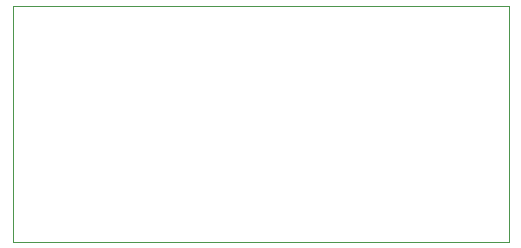
<source format=gm1>
G04 #@! TF.GenerationSoftware,KiCad,Pcbnew,(5.1.10)-1*
G04 #@! TF.CreationDate,2022-05-27T15:53:32+02:00*
G04 #@! TF.ProjectId,USB_RemoteControl_schematic,5553425f-5265-46d6-9f74-65436f6e7472,1*
G04 #@! TF.SameCoordinates,Original*
G04 #@! TF.FileFunction,Profile,NP*
%FSLAX46Y46*%
G04 Gerber Fmt 4.6, Leading zero omitted, Abs format (unit mm)*
G04 Created by KiCad (PCBNEW (5.1.10)-1) date 2022-05-27 15:53:32*
%MOMM*%
%LPD*%
G01*
G04 APERTURE LIST*
G04 #@! TA.AperFunction,Profile*
%ADD10C,0.038100*%
G04 #@! TD*
G04 APERTURE END LIST*
D10*
X143000000Y-115000000D02*
X101000000Y-115000000D01*
X143000000Y-135000000D02*
X143000000Y-115000000D01*
X101000000Y-135000000D02*
X143000000Y-135000000D01*
X101000000Y-115000000D02*
X101000000Y-135000000D01*
M02*

</source>
